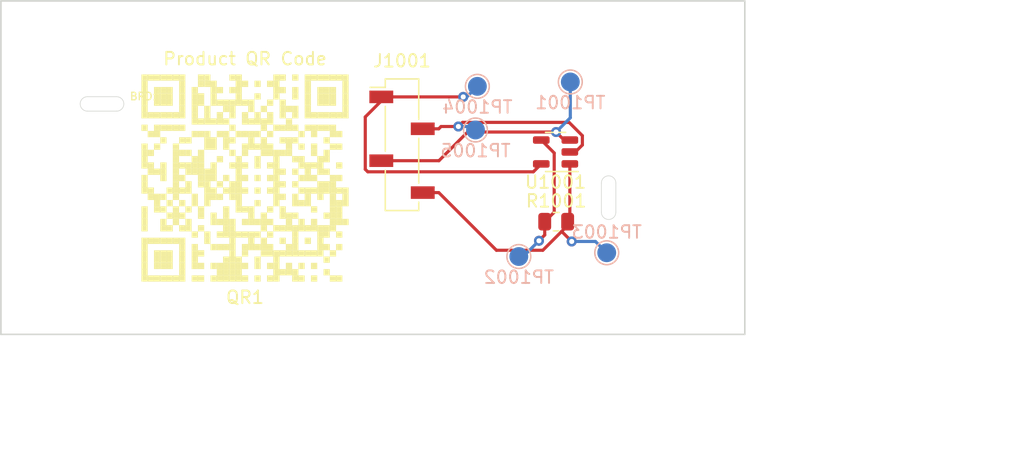
<source format=kicad_pcb>
(kicad_pcb (version 20240108) (generator "pcbnew") (generator_version "8.99")
  (title_block (date "2021-12-24") (rev "01"))
  (layers (0 "F.Cu" signal) (31 "B.Cu" signal) (34 "B.Paste" user) (35 "F.Paste" user) (36 "B.SilkS" user "B.Silkscreen") (37 "F.SilkS" user "F.Silkscreen") (38 "B.Mask" user) (39 "F.Mask" user) (44 "Edge.Cuts" user))
  (net 0 "")
  (net 1 "/OUT")
  (net 2 "GND")
  (net 3 "/IN")
  (net 4 "VCC")
  (net 5 "/_AOPIN+")
  (footprint "Connector_PinSocket_2.54mm:PinSocket_1x04_P2.54mm_Vertical_SMD_Pin1Left" (layer "F.Cu") (at 147.8 95.25)
    (property "Reference" "J1001" (at 0 -6.68 0) (layer "F.SilkS"))
    (property "Value" "SSM-104-L-SV")
    (pad "1" smd rect (at -1.65 -3.81) (size 1.9 1) (layers "F.Cu" "F.Paste" "F.Mask") (net 4 "VCC"))
    (pad "2" smd rect (at 1.65 -1.27) (size 1.9 1) (layers "F.Cu" "F.Paste" "F.Mask") (net 2 "GND"))
    (pad "3" smd rect (at -1.65 1.27) (size 1.9 1) (layers "F.Cu" "F.Paste" "F.Mask") (net 3 "/IN"))
    (pad "4" smd rect (at 1.65 3.81) (size 1.9 1) (layers "F.Cu" "F.Paste" "F.Mask") (net 1 "/OUT"))
  )
  (footprint "tc5:TC5" (layer "F.Cu") (at 135.3 97.9)
    (property "Reference" "QR1" (at 0 9.5 0) (layer "F.SilkS"))
    (property "Value" "Product QR Code" (at 0 -9.5 0) (layer "F.SilkS"))
  )
  (footprint "Resistor_SMD:R_0805_2012Metric" (layer "F.Cu") (at 160.075 101.375)
    (property "Reference" "R1001" (at 0 -1.65 0) (layer "F.SilkS"))
    (property "Value" "10k")
    (pad "1" smd roundrect (at -0.9125 0) (size 1.025 1.4) (layers "F.Cu" "F.Paste" "F.Mask") (roundrect_rratio 0.243902) (net 5 "/_AOPIN+"))
    (pad "2" smd roundrect (at 0.9125 0) (size 1.025 1.4) (layers "F.Cu" "F.Paste" "F.Mask") (roundrect_rratio 0.243902) (net 1 "/OUT"))
  )
  (footprint "Package_TO_SOT_SMD:SOT-23-5" (layer "F.Cu") (at 160.025 95.825 180)
    (property "Reference" "U1001" (at 0 -2.4 0) (layer "F.SilkS"))
    (property "Value" "MCP6001-OT")
    (pad "1" smd roundrect (at -1.1375 -0.95 180) (size 1.325 0.6) (layers "F.Cu" "F.Paste" "F.Mask") (net 1 "/OUT"))
    (pad "2" smd roundrect (at -1.1375 0 180) (size 1.325 0.6) (layers "F.Cu" "F.Paste" "F.Mask") (net 2 "GND"))
    (pad "3" smd roundrect (at -1.1375 0.95 180) (size 1.325 0.6) (layers "F.Cu" "F.Paste" "F.Mask") (net 3 "/IN"))
    (pad "4" smd roundrect (at 1.1375 0.95 180) (size 1.325 0.6) (layers "F.Cu" "F.Paste" "F.Mask") (net 5 "/_AOPIN+"))
    (pad "5" smd roundrect (at 1.1375 -0.95 180) (size 1.325 0.6) (layers "F.Cu" "F.Paste" "F.Mask") (net 4 "VCC"))
  )
  (footprint "tc5:DemoBoard" (layer "F.Cu") (at 127.325 91.1)
    (property "Reference" "BRD1" (at 0 0.3 0) (layer "F.SilkS") (effects (font (size 0.6 0.6) (thickness 0.1))))
    (property "Value" "SYM_Arrow_XLarge")
    (fp_line (start -11.46 -7.3) (end 47.77 -7.3) (stroke (width 0.12)) (layer "Edge.Cuts"))
    (fp_line (start -11.46 19.25) (end -11.46 -7.3) (stroke (width 0.12)) (layer "Edge.Cuts"))
    (fp_line (start 47.77 19.25) (end -11.46 19.25) (stroke (width 0.12)) (layer "Edge.Cuts"))
    (fp_line (start 47.77 19.25) (end 47.77 -7.3) (stroke (width 0.12)) (layer "Edge.Cuts"))
  )
  (footprint "TestPoint:TestPoint_Pad_D1.5mm" (layer "B.Cu") (at 161.2 90.25)
    (property "Reference" "TP1001" (at 0 1.648 0) (layer "B.SilkS") (effects (justify mirror)))
    (property "Value" "TP_IN")
    (pad "1" smd circle (at 0 0) (size 1.5 1.5) (layers "B.Cu" "B.Mask") (net 3 "/IN"))
  )
  (footprint "TestPoint:TestPoint_Pad_D1.5mm" (layer "B.Cu") (at 157.1 104.15)
    (property "Reference" "TP1002" (at 0 1.648 0) (layer "B.SilkS") (effects (justify mirror)))
    (property "Value" "TP_NEG")
    (pad "1" smd circle (at 0 0) (size 1.5 1.5) (layers "B.Cu" "B.Mask") (net 5 "/_AOPIN+"))
  )
  (footprint "TestPoint:TestPoint_Pad_D1.5mm" (layer "B.Cu") (at 164.1 103.85 180)
    (property "Reference" "TP1003" (at 0 1.648 0) (layer "B.SilkS") (effects (justify mirror)))
    (property "Value" "TP_OUT")
    (pad "1" smd circle (at 0 0 180) (size 1.5 1.5) (layers "B.Cu" "B.Mask") (net 1 "/OUT"))
  )
  (footprint "TestPoint:TestPoint_Pad_D1.5mm" (layer "B.Cu") (at 153.8 90.6)
    (property "Reference" "TP1004" (at 0 1.648 0) (layer "B.SilkS") (effects (justify mirror)))
    (property "Value" "TP_VCC")
    (pad "1" smd circle (at 0 0) (size 1.5 1.5) (layers "B.Cu" "B.Mask") (net 4 "VCC"))
  )
  (footprint "TestPoint:TestPoint_Pad_D1.5mm" (layer "B.Cu") (at 153.65 94.075)
    (property "Reference" "TP1005" (at 0 1.648 0) (layer "B.SilkS") (effects (justify mirror)))
    (property "Value" "TP_GND")
    (pad "1" smd circle (at 0 0) (size 1.5 1.5) (layers "B.Cu" "B.Mask") (net 2 "GND"))
  )
  (gr_line (start 122.75 91.425) (end 125.075 91.425) (stroke (width 0.05)) (layer "Edge.Cuts"))
  (gr_arc (start 125.075 91.425) (mid 125.65 92) (end 125.075 92.575) (stroke (width 0.05)) (layer "Edge.Cuts"))
  (gr_line (start 122.75 92.575) (end 125.075 92.575) (stroke (width 0.05)) (layer "Edge.Cuts"))
  (gr_line (start 163.675 100.625) (end 163.675 98.3) (stroke (width 0.05)) (layer "Edge.Cuts"))
  (gr_arc (start 164.825 100.625) (mid 164.25 101.2) (end 163.675 100.625) (stroke (width 0.05)) (layer "Edge.Cuts"))
  (gr_arc (start 163.675 98.3) (mid 164.25 97.725) (end 164.825 98.3) (stroke (width 0.05)) (layer "Edge.Cuts"))
  (gr_line (start 164.825 100.625) (end 164.825 98.3) (stroke (width 0.05)) (layer "Edge.Cuts"))
  (gr_arc (start 122.75 92.575) (mid 122.175 92) (end 122.75 91.425) (stroke (width 0.05)) (layer "Edge.Cuts"))
  (segment (start 160.9875 101.6763) (end 160.9875 101.375) (width 0.25) (layer "F.Cu") (net 1))
  (segment (start 160.5119 102.1519) (end 161.3111 102.9512) (width 0.25) (layer "F.Cu") (net 1))
  (segment (start 150.7253 99.06) (end 155.3182 103.6529) (width 0.25) (layer "F.Cu") (net 1))
  (segment (start 155.3182 103.6529) (end 159.0109 103.6529) (width 0.25) (layer "F.Cu") (net 1))
  (segment (start 160.5119 102.1519) (end 160.9875 101.6763) (width 0.25) (layer "F.Cu") (net 1))
  (segment (start 161.1625 101.2) (end 161.1625 96.775) (width 0.25) (layer "F.Cu") (net 1))
  (segment (start 149.45 99.06) (end 150.7253 99.06) (width 0.25) (layer "F.Cu") (net 1))
  (segment (start 159.0109 103.6529) (end 160.5119 102.1519) (width 0.25) (layer "F.Cu") (net 1))
  (segment (start 160.9875 101.375) (end 161.1625 101.2) (width 0.25) (layer "F.Cu") (net 1))
  (via (at 161.3111 102.9512) (size 0.8) (drill 0.4) (layers "F.Cu" "B.Cu") (net 1))
  (segment (start 163.2012 102.9512) (end 164.1 103.85) (width 0.25) (layer "B.Cu") (net 1))
  (segment (start 161.3111 102.9512) (end 163.2012 102.9512) (width 0.25) (layer "B.Cu") (net 1))
  (segment (start 152.2862 93.798) (end 150.9073 93.798) (width 0.25) (layer "F.Cu") (net 2))
  (segment (start 162.1601 94.5281) (end 161.1018 93.4698) (width 0.25) (layer "F.Cu") (net 2))
  (segment (start 149.45 93.98) (end 150.7253 93.98) (width 0.25) (layer "F.Cu") (net 2))
  (segment (start 162.1601 95.2694) (end 162.1601 94.5281) (width 0.25) (layer "F.Cu") (net 2))
  (segment (start 161.1018 93.4698) (end 152.6144 93.4698) (width 0.25) (layer "F.Cu") (net 2))
  (segment (start 161.1625 95.825) (end 161.6045 95.825) (width 0.25) (layer "F.Cu") (net 2))
  (segment (start 152.6144 93.4698) (end 152.2862 93.798) (width 0.25) (layer "F.Cu") (net 2))
  (segment (start 150.9073 93.798) (end 150.7253 93.98) (width 0.25) (layer "F.Cu") (net 2))
  (segment (start 161.6045 95.825) (end 162.1601 95.2694) (width 0.25) (layer "F.Cu") (net 2))
  (via (at 152.2862 93.798) (size 0.8) (drill 0.4) (layers "F.Cu" "B.Cu") (net 2))
  (segment (start 153.65 94.075) (end 153.3731 93.7981) (width 0.25) (layer "B.Cu") (net 2))
  (segment (start 153.3731 93.7981) (end 152.2862 93.7981) (width 0.25) (layer "B.Cu") (net 2))
  (segment (start 152.2862 93.7981) (end 152.2862 93.798) (width 0.25) (layer "B.Cu") (net 2))
  (segment (start 150.7406 96.52) (end 153.0237 94.2369) (width 0.25) (layer "F.Cu") (net 3))
  (segment (start 146.15 96.52) (end 150.7406 96.52) (width 0.25) (layer "F.Cu") (net 3))
  (segment (start 153.0237 94.2369) (end 160.0644 94.2369) (width 0.25) (layer "F.Cu") (net 3))
  (segment (start 161.1625 94.875) (end 160.7025 94.875) (width 0.25) (layer "F.Cu") (net 3))
  (segment (start 160.7025 94.875) (end 160.0644 94.2369) (width 0.25) (layer "F.Cu") (net 3))
  (via (at 160.0644 94.2369) (size 0.8) (drill 0.4) (layers "F.Cu" "B.Cu") (net 3))
  (segment (start 161.2 93.1013) (end 160.0644 94.2369) (width 0.25) (layer "B.Cu") (net 3))
  (segment (start 161.2 90.25) (end 161.2 93.1013) (width 0.25) (layer "B.Cu") (net 3))
  (segment (start 146.4689 91.44) (end 144.8746 93.0343) (width 0.25) (layer "F.Cu") (net 4))
  (segment (start 158.2583 97.4042) (end 158.8875 96.775) (width 0.25) (layer "F.Cu") (net 4))
  (segment (start 145.0729 97.4042) (end 158.2583 97.4042) (width 0.25) (layer "F.Cu") (net 4))
  (segment (start 144.8746 97.2059) (end 145.0729 97.4042) (width 0.25) (layer "F.Cu") (net 4))
  (segment (start 146.15 91.44) (end 146.4689 91.44) (width 0.25) (layer "F.Cu") (net 4))
  (segment (start 146.7877 91.44) (end 152.6727 91.44) (width 0.25) (layer "F.Cu") (net 4))
  (segment (start 144.8746 93.0343) (end 144.8746 97.2059) (width 0.25) (layer "F.Cu") (net 4))
  (segment (start 146.4689 91.44) (end 146.7877 91.44) (width 0.25) (layer "F.Cu") (net 4))
  (via (at 152.6727 91.44) (size 0.8) (drill 0.4) (layers "F.Cu" "B.Cu") (net 4))
  (segment (start 153.8 90.6) (end 152.96 91.44) (width 0.25) (layer "B.Cu") (net 4))
  (segment (start 152.96 91.44) (end 152.6727 91.44) (width 0.25) (layer "B.Cu") (net 4))
  (segment (start 158.8875 94.875) (end 159.9181 95.9056) (width 0.25) (layer "F.Cu") (net 5))
  (segment (start 158.7047 102.8956) (end 159.1625 102.4378) (width 0.25) (layer "F.Cu") (net 5))
  (segment (start 159.9181 95.9056) (end 159.9181 100.6194) (width 0.25) (layer "F.Cu") (net 5))
  (segment (start 159.1625 102.4378) (end 159.1625 101.375) (width 0.25) (layer "F.Cu") (net 5))
  (segment (start 159.9181 100.6194) (end 159.1625 101.375) (width 0.25) (layer "F.Cu") (net 5))
  (via (at 158.7047 102.8956) (size 0.8) (drill 0.4) (layers "F.Cu" "B.Cu") (net 5))
  (segment (start 157.4503 104.15) (end 158.7047 102.8956) (width 0.25) (layer "B.Cu") (net 5))
  (segment (start 157.1 104.15) (end 157.4503 104.15) (width 0.25) (layer "B.Cu") (net 5))
)
</source>
